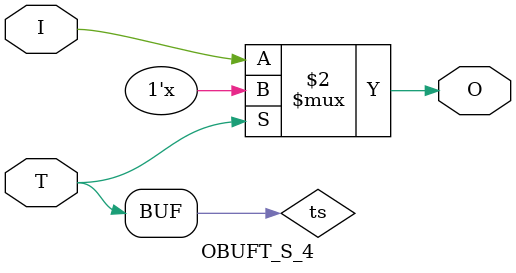
<source format=v>

/*

FUNCTION    : TRI-STATE OUTPUT BUFFER

*/

`celldefine
`timescale  100 ps / 10 ps

module OBUFT_S_4 (O, I, T);

    output O;

    input  I, T;

    or O1 (ts, 1'b0, T);
    bufif0 T1 (O, I, ts);

endmodule

</source>
